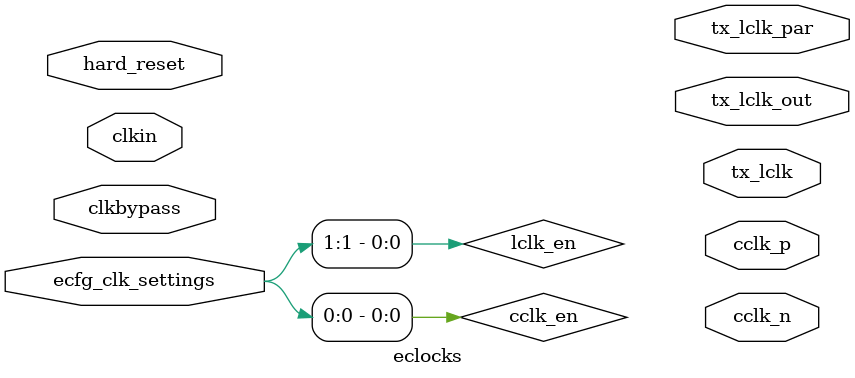
<source format=v>
/*###########################################################################
 # Function:  High speed clock generator elink module
 #      
 #  cclk_p/n    - Epiphany Core Clock, Differential, must be connected
 #                directly to IO pins.
 #
 #  tx_lclk_par - Parallel data clock, at bit rate / 8 for etx
 #
 #  tx_lclk     - Serial DDR data clock, at bit rate / 2 for etx
 #
 #  tx_lclk_out - DDR "Clock" clock, to generate tx_lclk_p/n output
 #                At bit rate / 2, 90deg shifted from tx_lclk
 #
 # Notes: Uses Xilinx macros throughout
 #
 ############################################################################
 */

`timescale 1ns/1ps

module eclocks (/*AUTOARG*/
   // Outputs
   cclk_p, cclk_n, tx_lclk, tx_lclk_out, tx_lclk_par,
   // Inputs
   clkin, hard_reset, ecfg_clk_settings, clkbypass
   );

   // Parameters must be set as follows:
   //   PFD input frequency = 1/CLKIN1_PERIOD / DIVCLK_DIVIDE (10-450MHz)
   //   VCO frequency = PFD input frequency * CLKFBOUT_MULT (800-1600MHz)
   //   Output frequency = VCO frequency / CLKOUTn_DIVIDE

   parameter  CLKIN_PERIOD     = 10.000;  // ns -> 100MHz
   parameter  CLKIN_DIVIDE     = 1;
   parameter  VCO_MULT         = 12;      // VCO = 1200MHz
   parameter  CCLK_DIVIDE      = 2;       // CCLK = 600MHz 
   parameter  LCLK_DIVIDE      = 4;       // LCLK = 300MHz (600MB/s eLink)
   parameter  FEATURE_CCLK_DIV = 1'b1;
   parameter  IOSTD_ELINK      = "LVDS_25";
   parameter  INC_PLL          = 1;
   
   //Input clock, reset, config interface
   input        clkin;              // primary input clock
   input        hard_reset;         //
   input [15:0] ecfg_clk_settings;  // clock settings
   input [2:0] 	clkbypass;          // for bypassing PLL
 	
   
   //Output Clocks
   output       cclk_p, cclk_n;     // high speed Epiphany clock (up to 1GHz)
   output       tx_lclk;            // elink tx serdes clock
   output       tx_lclk_out;        // center aligned output clock for elink tx
   output       tx_lclk_par;        // lclk/8 slow clock for tx parallel logic 

   // Wires
   wire 	cclk_en;
   wire 	lclk_en;


   //Register decoding
   assign cclk_en=ecfg_clk_settings[0];
   assign lclk_en=ecfg_clk_settings[1];
	
`ifdef TARGET_XILINX
   wire         clkfb;
   wire 	pll_cclk;          //full speed cclk
   wire 	pll_lclk;          //full speed lclk etx
   wire 	pll_lclk_out;      //full speed lclk for pin for etx
   wire 	pll_lclk_par;      //low speed lclk for etx
   wire 	pll_cclk_div;      //low speed cclk
   wire 	pll_cclk_standby;  //standby clock
   wire 	cclk;
   wire 	cclk_base;
   wire 	cclk_div;

   // PLL Primitive
generate
   for (i=0; i< INC_PLL; i=i+1) begin : PLL
      PLLE2_BASE
	  #(
	    .BANDWIDTH("OPTIMIZED"),     // OPTIMIZED, HIGH, LOW
	    .CLKFBOUT_MULT(VCO_MULT),    // Multiply value for all CLKOUT, (2-64)
	    .CLKFBOUT_PHASE(0.0),        // Phase offset in degrees of CLKFB, (-360.000-360.000).
	    .CLKIN1_PERIOD(CLKIN_PERIOD),// Input clock period in ns to ps resolution (i.e. 33.333 is 30 MHz).
	    // CLKOUT0_DIVIDE - CLKOUT5_DIVIDE: Divide amount for each CLKOUT (1-128)
	    .CLKOUT0_DIVIDE(CCLK_DIVIDE),      //full speed
	    .CLKOUT1_DIVIDE(LCLK_DIVIDE),      //full speed  
	    .CLKOUT2_DIVIDE(LCLK_DIVIDE),      //full speed
	    .CLKOUT3_DIVIDE(LCLK_DIVIDE * 4),  //low speed
	    .CLKOUT4_DIVIDE(CCLK_DIVIDE * 4),  //low speed
	    .CLKOUT5_DIVIDE(128),              //veeery low speed
	    // CLKOUT0_DUTY_CYCLE - CLKOUT5_DUTY_CYCLE: Duty cycle for each CLKOUT (0.001-0.999).
	    .CLKOUT0_DUTY_CYCLE(0.5),
	    .CLKOUT1_DUTY_CYCLE(0.5),
	    .CLKOUT2_DUTY_CYCLE(0.5),
	    .CLKOUT3_DUTY_CYCLE(0.5),
	    .CLKOUT4_DUTY_CYCLE(0.5),
	    .CLKOUT5_DUTY_CYCLE(0.5),
	    // CLKOUT0_PHASE - CLKOUT5_PHASE: Phase offset for each CLKOUT (-360.000-360.000).
	    .CLKOUT0_PHASE(0.0),
	    .CLKOUT1_PHASE(0.0),
	    .CLKOUT2_PHASE(90.0),
	    .CLKOUT3_PHASE(0.0),
	    .CLKOUT4_PHASE(0.0),
	    .CLKOUT5_PHASE(0.0),
	    .DIVCLK_DIVIDE(CLKIN_DIVIDE),// Master division value, (1-56)
	    .REF_JITTER1(0.01),          // Reference input jitter (0.000-0.999).
	    .STARTUP_WAIT("FALSE")       // Delay DONE until PLL Locks, ("TRUE"/"FALSE")
	    ) eclk_pll
	  (
           // Clock Outputs: 1-bit (each) output: User configurable clock outputs
           .CLKOUT0(pll_cclk),         //full speed cclk
           .CLKOUT1(pll_lclk),         //full speed lclk etx
           .CLKOUT2(pll_lclk_out),     //full speed lclk for pin for etx
           .CLKOUT3(pll_lclk_par),     //low speed lclk for etx
           .CLKOUT4(pll_cclk_div),     //low speed cclk
           .CLKOUT5(pll_cclk_standby), //standby clock
           .CLKFBOUT(clkfb),           //feedback clock output
           .LOCKED(),                  //lock signal
           .CLKIN1(clkin),             //main input clock
           .PWRDWN(1'b0),              //pll power down
           .RST(1'b0),                 //reset
           .CLKFBIN(clkfb)             //feedback clock input
           );
 
 
   //TODO!! Redesign this all together!!!
  
   // Output buffering
   BUFG cclk_buf       (.O   (cclk_base),   .I   (pll_cclk));
   BUFG cclk_div_buf   (.O   (cclk_div),    .I   (pll_cclk_div));   
   BUFG lclk_buf       (.O   (tx_lclk),     .I   (pll_lclk));
   BUFG lclk_out_buf   (.O   (tx_lclk_out), .I   (pll_lclk_out));
   BUFG lclk_par_buf   (.O   (tx_lclk_par), .I   (pll_lclk_par));

generate
   if( FEATURE_CCLK_DIV ) begin : gen_cclk_div

      // Create adjustable (but fast) CCLK
      wire      rxi_cclk_out;
      reg [8:1] cclk_pattern;
      reg [4:0] clk_div_sync;
      reg       enb_sync;
   
      always @ (posedge cclk_div) begin  // Might need x-clock TIG here

	 clk_div_sync <= {cclk_en,ecfg_clk_settings[7:4]};

	 
	 if(enb_sync)
           case(clk_div_sync)
             4'h0:    cclk_pattern <= 8'd0;         // Clock OFF
             4'h0:    cclk_pattern <= 8'b10101010;  // Divide by 1
             4'h6:    cclk_pattern <= 8'b11001100;  // Divide by 2
             4'h5:    cclk_pattern <= 8'b11110000;  // Divide by 4
             default: cclk_pattern <= {8{~cclk_pattern[1]}}; // /8
           endcase
      else
        cclk_pattern <= 8'b00000000;	 
      end // always @ (posedge cclk_div)
      
      
      //CCLK CLOCK DIVIDER
      OSERDESE2 
     #(
       .DATA_RATE_OQ("DDR"),     // DDR, SDR
       .DATA_RATE_TQ("SDR"),     // DDR, BUF, SDR
       .DATA_WIDTH(8),           // Parallel data width (2-8,10,14)
       .INIT_OQ(1'b0),           // Initial value of OQ output (1'b0,1'b1)
       .INIT_TQ(1'b0),           // Initial value of TQ output (1'b0,1'b1)
       .SERDES_MODE("MASTER"),   // MASTER, SLAVE
       .SRVAL_OQ(1'b0),          // OQ output value when SR is used (1'b0,1'b1)
       .SRVAL_TQ(1'b0),          // TQ output value when SR is used (1'b0,1'b1)
       .TBYTE_CTL("FALSE"),      // Enable tristate byte operation (FALSE, TRUE)
       .TBYTE_SRC("FALSE"),      // Tristate byte source (FALSE, TRUE)
       .TRISTATE_WIDTH(1)        // 3-state converter width (1,4)
       ) OSERDESE2_inst 
       (
        .OFB(),                  // Feedback path for data
        .OQ(cclk),               // Data path output
        .SHIFTOUT1(),            
        .SHIFTOUT2(),
        .TBYTEOUT(),             // Byte group tristate
        .TFB(),                  // 1-bit output: 3-state control
        .TQ(),                   // 3-state control
        .CLK(cclk_base),         // High speed clock
        .CLKDIV(cclk_div),       // Divided clock
        .D1(cclk_pattern[1]),    // Parallel data inputs
        .D2(cclk_pattern[2]),
        .D3(cclk_pattern[3]),
        .D4(cclk_pattern[4]),
        .D5(cclk_pattern[5]),
        .D6(cclk_pattern[6]),
        .D7(cclk_pattern[7]),
        .D8(cclk_pattern[8]),
        .OCE(1'b1),             // Output data clock enable TODO: gating?
        .RST(hard_reset),       // Reset
        .SHIFTIN1(1'b0),        // Data input expansion (1-bit each)
        .SHIFTIN2(1'b0),
        .T1(1'b0),              // Parallel 3-state inputs
        .T2(1'b0),
        .T3(1'b0),
        .T4(1'b0),
        .TBYTEIN(1'b0),         // Byte group tristate
        .TCE(1'b0)              // 3-state clock enable
        );

   end else 
     begin : gen_fixed_cclk // Non-dividable CCLK
	reg       enb_sync;

	always @ (posedge cclk_div)
	  enb_sync     <= ~(ecfg_clk_settings[3:0]==4'b0000);
	
	// The following does not result in timing failures,
	//  but doesn't seem glitch-safe
	assign cclk = cclk_base & enb_sync;
     end   
endgenerate
   
   //Clock output
   OBUFDS #(.IOSTANDARD (IOSTD_ELINK)) obufds_cclk_inst (.O  (cclk_p), .OB (cclk_n), .I  (cclk));

  end // block: PLL
endgenerate

`elsif TARGET_CLEAN
   wire 	  cclk;
   wire 	  lclk_par;
   wire 	  lclk;
   wire 	  lclk_out;
   
   
   clock_divider cclk_divider(
			      // Outputs
			      .clkout		(cclk),
			      .clkout90		(),
			      // Inputs
			      .clkin		(clkin), 
			      .reset            (hard_reset),
			      .divcfg		(ecfg_clk_settings[7:4])
			      );


   assign cclk_p = cclk & cclk_en ;
   assign cclk_n = ~cclk_p;
   
   clock_divider lclk_divider(
			      // Outputs
			      .clkout		(lclk),
			      .clkout90		(lclk_out),
			      // Inputs
			      .clkin		(clkin),
			      .reset            (hard_reset),
			      .divcfg		(ecfg_clk_settings[11:8])
			      );
   
   clock_divider lclk_par_divider(
				  // Outputs
				  .clkout	(lclk_par),
				  .clkout90	(),
				  // Inputs
				  .clkin	(clkin),
				  .reset        (hard_reset),
				  .divcfg	(ecfg_clk_settings[11:8] + 4'd2)
				  );


   //Clock enables
   assign tx_lclk_par = lclk_par & lclk_en;
   assign tx_lclk     = lclk     & lclk_en;
   assign tx_lclk_out = lclk_out & lclk_en;
   
`endif
   

        
endmodule // eclocks
// Local Variables:
// verilog-library-directories:("." "../../common/hdl")
// End:


/*
  Copyright (C) 2014 Adapteva, Inc.
  Contributed by Fred Huettig <fred@adapteva.com>
 
   This program is free software: you can redistribute it and/or modify
  it under the terms of the GNU General Public License as published by
  the Free Software Foundation, either version 3 of the License, or
  (at your option) any later version.This program is distributed in the hope 
  that it will be useful,but WITHOUT ANY WARRANTY without even the implied 
  warranty of MERCHANTABILITY or FITNESS FOR A PARTICULAR PURPOSE.  See the
  GNU General Public License for more details. You should have received a copy 
  of the GNU General Public License along with this program (see the file 
  COPYING).  If not, see <http://www.gnu.org/licenses/>.
*/

</source>
